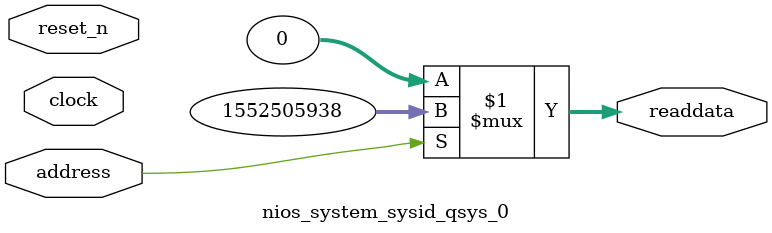
<source format=v>



// synthesis translate_off
`timescale 1ns / 1ps
// synthesis translate_on

// turn off superfluous verilog processor warnings 
// altera message_level Level1 
// altera message_off 10034 10035 10036 10037 10230 10240 10030 

module nios_system_sysid_qsys_0 (
               // inputs:
                address,
                clock,
                reset_n,

               // outputs:
                readdata
             )
;

  output  [ 31: 0] readdata;
  input            address;
  input            clock;
  input            reset_n;

  wire    [ 31: 0] readdata;
  //control_slave, which is an e_avalon_slave
  assign readdata = address ? 1552505938 : 0;

endmodule



</source>
